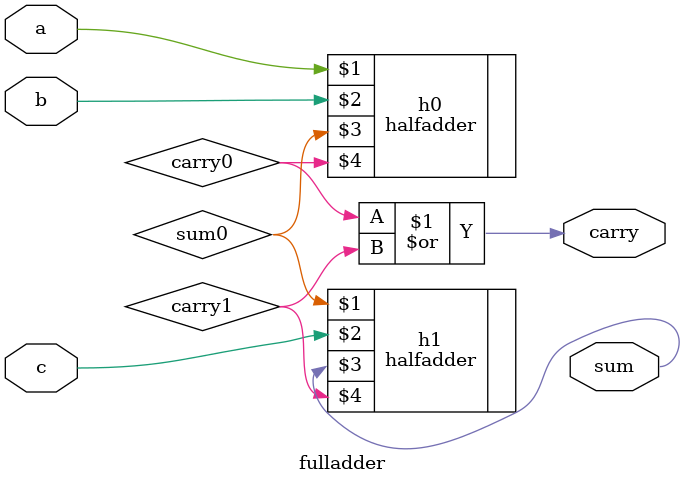
<source format=v>
/*
 * Module fulladder
 * 
 * Inputs: a, b, c
 * Outputs: sum, carry
 * Function: sum = LSB of a + b + c
 * carry = MSB of a + b + c
 */

`include "halfadder.v"
`define OR or #50

module fulladder(output sum, carry,
input a, b, c                 );

   // Intermediate sum and carry bits.
   wire                 sum0, carry0, carry1;

   // Chain halfadders together to find the LSB of the sum.
   halfadder
     h0(a, b, sum0, carry0),
     h1(sum0, c, sum, carry1);

   // The carry bit is 1 if any of the last additions carried.
   `OR (carry, carry0, carry1);
endmodule

</source>
